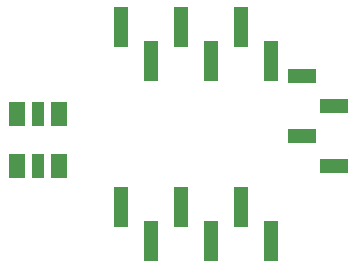
<source format=gtp>
G04 Layer_Color=8421504*
%FSLAX44Y44*%
%MOMM*%
G71*
G01*
G75*
%ADD10R,2.4130X1.1430*%
%ADD11R,1.2700X3.4290*%
%ADD12R,1.4000X2.0000*%
%ADD13R,1.0000X2.0000*%
D10*
X795020Y895350D02*
D03*
X768350Y920750D02*
D03*
X795020Y946150D02*
D03*
X768350Y971550D02*
D03*
D11*
X741680Y984250D02*
D03*
X716280Y1013460D02*
D03*
X690880Y984250D02*
D03*
X665480Y1013460D02*
D03*
X640080Y984250D02*
D03*
X614680Y1013460D02*
D03*
X741680Y831850D02*
D03*
X716280Y861060D02*
D03*
X690880Y831850D02*
D03*
X665480Y861060D02*
D03*
X640080Y831850D02*
D03*
X614680Y861060D02*
D03*
D12*
X526830Y939350D02*
D03*
X562830D02*
D03*
X526830Y895350D02*
D03*
X562830D02*
D03*
D13*
X544830Y939350D02*
D03*
Y895350D02*
D03*
M02*

</source>
